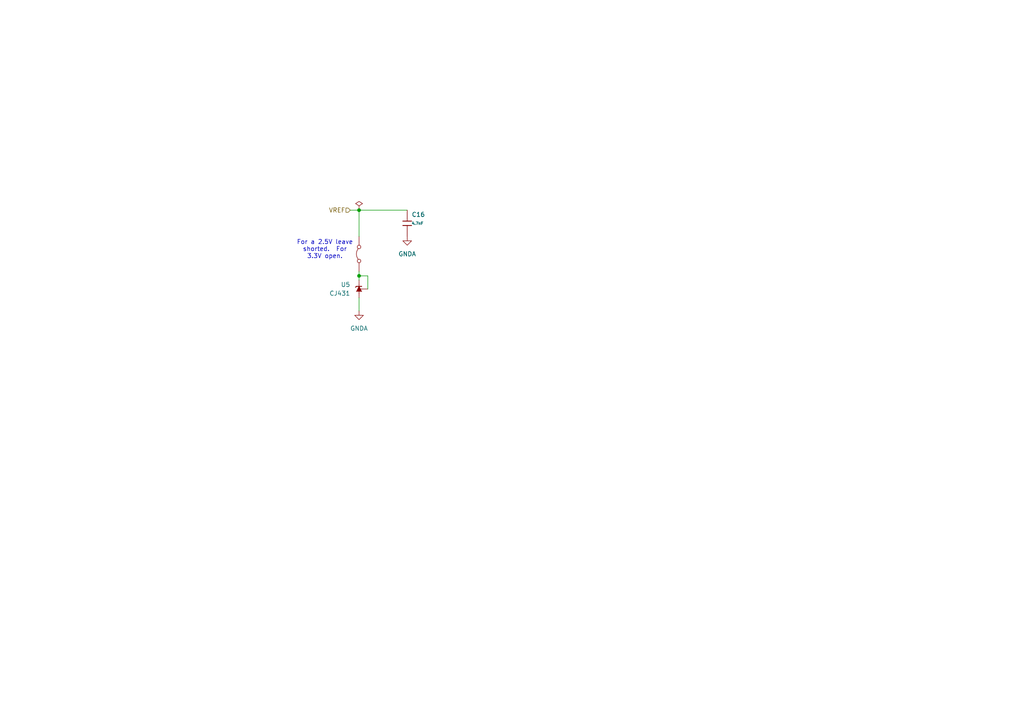
<source format=kicad_sch>
(kicad_sch (version 20250114) (generator "eeschema") (generator_version "9.0")
  (paper "A4")
  (lib_symbols
    (symbol "Jumper:Jumper_2_Bridged" (pin_numbers (hide yes)) (pin_names (offset 0) (hide yes)) (exclude_from_sim yes)
      (property "Reference" "JP" (at 0 1.905 0))
      (property "Value" "Jumper_2_Bridged" (at 0 -2.54 0))
      (symbol "Jumper_2_Bridged_0_0"
        (circle (center -2.032 0) (radius 0.508))
        (circle (center 2.032 0) (radius 0.508))
      )
      (symbol "Jumper_2_Bridged_0_1"
        (arc (start -1.524 0.254) (mid 0 0.762) (end 1.524 0.254))
      )
      (symbol "Jumper_2_Bridged_1_1"
        (pin passive line (at -5.08 0 0) (length 2.54) (name "A") (number "1"))
        (pin passive line (at 5.08 0 180) (length 2.54) (name "B") (number "2"))
      )
    )
    (symbol "PCM_JLCPCB-Capacitors:0805,4.7nF" (pin_numbers (hide yes)) (pin_names (offset 0))
      (property "Reference" "C" (at 2.032 1.668 0))
      (property "Value" "4.7nF" (at 2.032 -0.3782 0))
      (property "Voltage Rated" "50V" (at 2.032 -2.0462 0))
      (symbol "0805,4.7nF_0_1"
        (polyline (pts (xy -1.27 0.635) (xy 1.27 0.635)) (stroke (width 0.254)))
        (polyline (pts (xy -1.27 -0.635) (xy 1.27 -0.635)) (stroke (width 0.254)))
      )
      (symbol "0805,4.7nF_1_1"
        (pin passive line (at 0 3.81 270) (length 3.175) (name "~") (number "1"))
        (pin passive line (at 0 -3.81 90) (length 3.175) (name "~") (number "2"))
      )
    )
    (symbol "Reference_Voltage:CJ432" (pin_numbers (hide yes)) (pin_names (hide yes))
      (property "Reference" "U" (at -2.54 2.54 0))
      (property "Value" "CJ432" (at 0 -2.54 0))
      (symbol "CJ432_0_1"
        (polyline (pts (xy -1.27 0) (xy 0 0) (xy 1.27 0)))
        (polyline (pts (xy -0.762 0.762) (xy 0.762 0) (xy -0.762 -0.762)) (fill (type outline)))
        (polyline (pts (xy 0.508 -1.016) (xy 0.762 -0.762) (xy 0.762 0.762) (xy 0.762 0.762)) (stroke (width 0.254)))
      )
      (symbol "CJ432_1_1"
        (pin passive line (at -2.54 0 0) (length 1.27) (name "A") (number "3"))
        (pin passive line (at 0 2.54 270) (length 2.54) (name "REF") (number "1"))
        (pin passive line (at 2.54 0 180) (length 1.27) (name "K") (number "2"))
      )
    )
    (symbol "power:GNDA" (power) (pin_names (offset 0))
      (property "Value" "GNDA" (at 0 -3.81 0))
      (symbol "GNDA_0_1"
        (polyline (pts (xy 0 0) (xy 0 -1.27) (xy 1.27 -1.27) (xy 0 -2.54) (xy -1.27 -1.27) (xy 0 -1.27)))
      )
      (symbol "GNDA_1_1"
        (pin power_in line (at 0 0 270) (length 0) (hide yes) (name "GNDA") (number "1"))
      )
    )
    (symbol "power:PWR_FLAG" (power) (pin_numbers (hide yes)) (pin_names (offset 0) (hide yes))
      (property "Value" "PWR_FLAG" (at 0 3.81 0))
      (symbol "PWR_FLAG_0_0"
        (pin power_out line (at 0 0 90) (length 0) (name "pwr") (number "1"))
      )
      (symbol "PWR_FLAG_0_1"
        (polyline (pts (xy 0 0) (xy 0 1.27) (xy -1.016 1.905) (xy 0 2.54) (xy 1.016 1.905) (xy 0 1.27)))
      )
    )
  )
  (text "For a 2.5V leave\nshorted.  For\n3.3V open." (at 94.234 72.39 0) (effects (font (size 1.27 1.27))))
  (junction (at 104.14 60.96))
  (junction (at 104.14 80.01))
  (wire (pts (xy 101.6 60.96) (xy 104.14 60.96)))
  (wire (pts (xy 104.14 60.96) (xy 118.11 60.96)))
  (wire (pts (xy 104.14 80.01) (xy 104.14 81.28)))
  (wire (pts (xy 104.14 60.96) (xy 104.14 68.58)))
  (wire (pts (xy 104.14 80.01) (xy 106.68 80.01)))
  (wire (pts (xy 104.14 78.74) (xy 104.14 80.01)))
  (wire (pts (xy 106.68 83.82) (xy 106.68 80.01)))
  (wire (pts (xy 104.14 86.36) (xy 104.14 90.17)))
  (hierarchical_label "VREF" (shape input) (at 101.6 60.96 180))
  (symbol (lib_id "PCM_JLCPCB-Capacitors:0805,4.7nF") (at 118.11 64.77 0) (unit 1)
    (property "Reference" "C16" (at 119.38 62.23 0) (effects (justify left)))
    (property "Value" "4.7nF" (at 119.38 64.7701 0) (effects (font (size 0.8 0.8)) (justify left)))
    (property "Footprint" "PCM_JLCPCB:C_0805" (effects (hide yes)))
    (property "Datasheet" "https://www.lcsc.com/datasheet/lcsc_datasheet_2304140030_FH--Guangdong-Fenghua-Advanced-Tech-0805B472K500NT_C1744.pdf" (effects (hide yes)))
    (property "Description" "50V 4.7nF X7R ±10% 0805 Multilayer Ceramic Capacitors MLCC - SMD/SMT ROHS" (effects (hide yes)))
    (property "LCSC" "C1744" (effects (hide yes)))
    (property "Stock" "289398" (effects (hide yes)))
    (property "Price" "0.008USD" (effects (hide yes)))
    (property "Process" "SMT" (effects (hide yes)))
    (property "Minimum Qty" "20" (effects (hide yes)))
    (property "Attrition Qty" "10" (effects (hide yes)))
    (property "Class" "Basic Component" (effects (hide yes)))
    (property "Category" "Capacitors,Multilayer Ceramic Capacitors MLCC - SMD/SMT" (effects (hide yes)))
    (property "Manufacturer" "FH(Guangdong Fenghua Advanced Tech)" (effects (hide yes)))
    (property "Part" "0805B472K500NT" (effects (hide yes)))
    (property "Voltage Rated" "50V" (effects (hide yes)))
    (property "Tolerance" "±10%" (effects (hide yes)))
    (property "Capacitance" "4.7nF" (effects (hide yes)))
    (property "Temperature Coefficient" "X7R" (effects (hide yes)))
  )
  (symbol (lib_id "power:GNDA") (at 118.11 68.58 0) (mirror y) (unit 1)
    (property "Reference" "#PWR042" (effects (hide yes)))
    (property "Value" "GNDA" (at 118.11 73.66 0))
  )
  (symbol (lib_id "power:PWR_FLAG") (at 104.14 60.96 0) (mirror y) (unit 1)
    (property "Reference" "#FLG02" (effects (hide yes)))
    (property "Value" "PWR_FLAG" (effects (hide yes)))
  )
  (symbol (lib_id "Reference_Voltage:CJ432") (at 104.14 83.82 270) (mirror x) (unit 1)
    (property "Reference" "U5" (at 101.6 82.55 90) (effects (justify right)))
    (property "Value" "CJ431" (at 101.6 85.09 90) (effects (justify right)))
    (property "Footprint" "Package_TO_SOT_SMD:SOT-23" (effects (hide yes)))
    (property "Datasheet" "https://www.lcsc.com/datasheet/lcsc_datasheet_2304140030_Jiangsu-Changjing-Electronics-Technology-Co---Ltd--CJ431_C3113.pdf" (effects (hide yes)))
    (property "JLCPCB Rotation Offset" "180" (effects (hide yes)))
    (property "LCSC" "C3113" (effects (hide yes)))
  )
  (symbol (lib_id "power:GNDA") (at 104.14 90.17 0) (unit 1)
    (property "Reference" "#PWR041" (effects (hide yes)))
    (property "Value" "GNDA" (at 104.14 95.25 0))
  )
  (symbol (lib_id "Jumper:Jumper_2_Bridged") (at 104.14 73.66 90) (unit 1) (exclude_from_sim yes)
    (property "Reference" "JP84" (effects (hide yes)))
    (property "Value" "Jumper_2_Bridged" (effects (hide yes)))
    (property "Footprint" "Jumper:SolderJumper-2_P1.3mm_Bridged2Bar_RoundedPad1.0x1.5mm" (effects (hide yes)))
    (property "Description" "Jumper, 2-pole, closed/bridged" (effects (hide yes)))
  )
)
</source>
